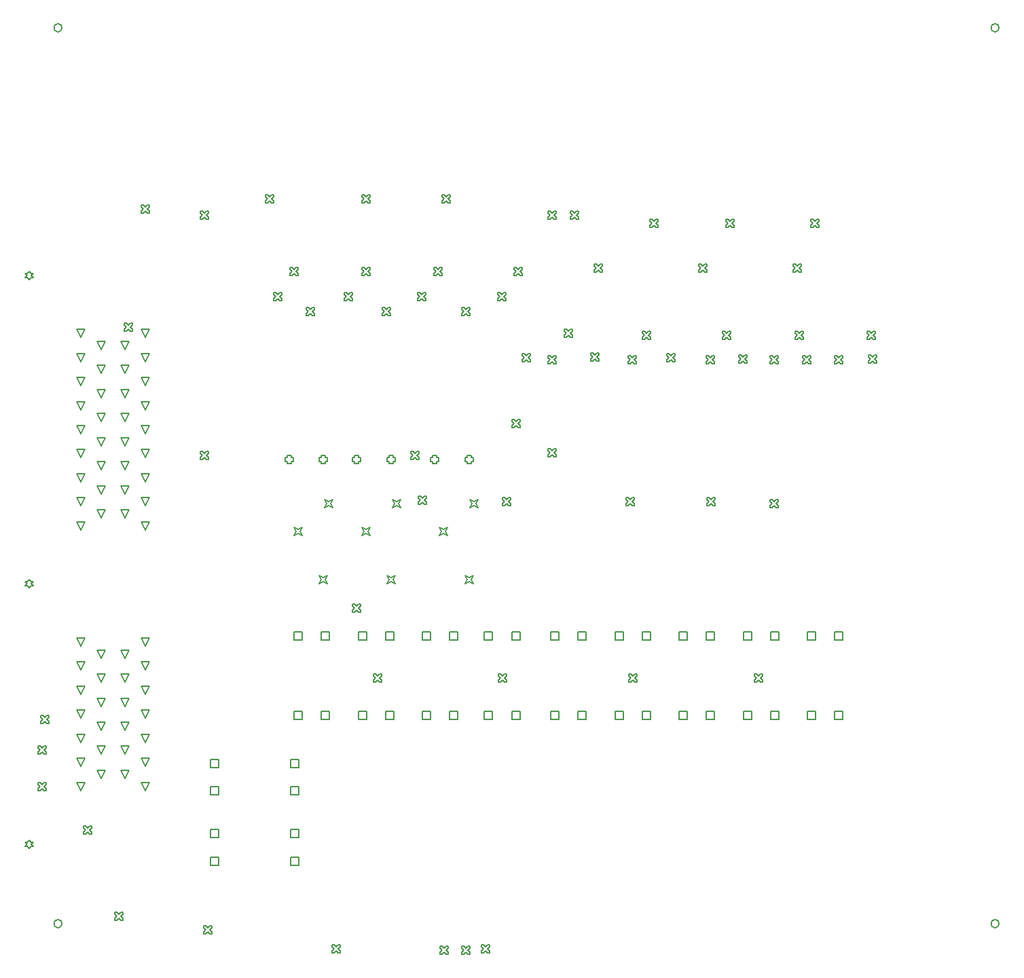
<source format=gbr>
%TF.GenerationSoftware,Altium Limited,Altium Designer,18.1.7 (191)*%
G04 Layer_Color=2752767*
%FSLAX26Y26*%
%MOIN*%
%TF.FileFunction,Drawing*%
%TF.Part,Single*%
G01*
G75*
%TA.AperFunction,NonConductor*%
%ADD65C,0.005000*%
%ADD66C,0.006667*%
D65*
X1440276Y588071D02*
Y628071D01*
X1480276D01*
Y588071D01*
X1440276D01*
X1049724D02*
Y628071D01*
X1089724D01*
Y588071D01*
X1049724D01*
X1440276Y721929D02*
Y761929D01*
X1480276D01*
Y721929D01*
X1440276D01*
X1049724D02*
Y761929D01*
X1089724D01*
Y721929D01*
X1049724D01*
X1440276Y931772D02*
Y971772D01*
X1480276D01*
Y931772D01*
X1440276D01*
X1049724D02*
Y971772D01*
X1089724D01*
Y931772D01*
X1049724D01*
X1440276Y1065630D02*
Y1105630D01*
X1480276D01*
Y1065630D01*
X1440276D01*
X1049724D02*
Y1105630D01*
X1089724D01*
Y1065630D01*
X1049724D01*
X728346Y2233937D02*
X708346Y2273937D01*
X748346D01*
X728346Y2233937D01*
Y2352047D02*
X708346Y2392047D01*
X748346D01*
X728346Y2352047D01*
Y2470157D02*
X708346Y2510157D01*
X748346D01*
X728346Y2470157D01*
Y2588268D02*
X708346Y2628268D01*
X748346D01*
X728346Y2588268D01*
Y2706378D02*
X708346Y2746378D01*
X748346D01*
X728346Y2706378D01*
Y2824488D02*
X708346Y2864488D01*
X748346D01*
X728346Y2824488D01*
Y2942598D02*
X708346Y2982598D01*
X748346D01*
X728346Y2942598D01*
Y3060709D02*
X708346Y3100709D01*
X748346D01*
X728346Y3060709D01*
Y3178819D02*
X708346Y3218819D01*
X748346D01*
X728346Y3178819D01*
X629921Y2292992D02*
X609921Y2332992D01*
X649921D01*
X629921Y2292992D01*
Y2411102D02*
X609921Y2451102D01*
X649921D01*
X629921Y2411102D01*
Y2529213D02*
X609921Y2569213D01*
X649921D01*
X629921Y2529213D01*
Y2647323D02*
X609921Y2687323D01*
X649921D01*
X629921Y2647323D01*
Y2765433D02*
X609921Y2805433D01*
X649921D01*
X629921Y2765433D01*
Y2883543D02*
X609921Y2923543D01*
X649921D01*
X629921Y2883543D01*
Y3001653D02*
X609921Y3041653D01*
X649921D01*
X629921Y3001653D01*
Y3119764D02*
X609921Y3159764D01*
X649921D01*
X629921Y3119764D01*
X511811Y2292992D02*
X491811Y2332992D01*
X531811D01*
X511811Y2292992D01*
Y2411102D02*
X491811Y2451102D01*
X531811D01*
X511811Y2411102D01*
Y2529213D02*
X491811Y2569213D01*
X531811D01*
X511811Y2529213D01*
Y2647323D02*
X491811Y2687323D01*
X531811D01*
X511811Y2647323D01*
Y2765433D02*
X491811Y2805433D01*
X531811D01*
X511811Y2765433D01*
Y2883543D02*
X491811Y2923543D01*
X531811D01*
X511811Y2883543D01*
Y3001653D02*
X491811Y3041653D01*
X531811D01*
X511811Y3001653D01*
Y3119764D02*
X491811Y3159764D01*
X531811D01*
X511811Y3119764D01*
X413386Y2233937D02*
X393386Y2273937D01*
X433386D01*
X413386Y2233937D01*
Y2352047D02*
X393386Y2392047D01*
X433386D01*
X413386Y2352047D01*
Y2470157D02*
X393386Y2510157D01*
X433386D01*
X413386Y2470157D01*
Y2588268D02*
X393386Y2628268D01*
X433386D01*
X413386Y2588268D01*
Y2706378D02*
X393386Y2746378D01*
X433386D01*
X413386Y2706378D01*
Y2824488D02*
X393386Y2864488D01*
X433386D01*
X413386Y2824488D01*
Y2942598D02*
X393386Y2982598D01*
X433386D01*
X413386Y2942598D01*
Y3060709D02*
X393386Y3100709D01*
X433386D01*
X413386Y3060709D01*
Y3178819D02*
X393386Y3218819D01*
X433386D01*
X413386Y3178819D01*
X157480Y668976D02*
X167480Y678976D01*
X177480D01*
X167480Y688976D01*
X177480Y698976D01*
X167480D01*
X157480Y708976D01*
X147480Y698976D01*
X137480D01*
X147480Y688976D01*
X137480Y678976D01*
X147480D01*
X157480Y668976D01*
X413386Y1663071D02*
X393386Y1703071D01*
X433386D01*
X413386Y1663071D01*
Y1544961D02*
X393386Y1584961D01*
X433386D01*
X413386Y1544961D01*
Y1426850D02*
X393386Y1466850D01*
X433386D01*
X413386Y1426850D01*
Y1308740D02*
X393386Y1348740D01*
X433386D01*
X413386Y1308740D01*
Y1190630D02*
X393386Y1230630D01*
X433386D01*
X413386Y1190630D01*
Y1072520D02*
X393386Y1112520D01*
X433386D01*
X413386Y1072520D01*
Y954409D02*
X393386Y994409D01*
X433386D01*
X413386Y954409D01*
X511811Y1604016D02*
X491811Y1644016D01*
X531811D01*
X511811Y1604016D01*
Y1485906D02*
X491811Y1525906D01*
X531811D01*
X511811Y1485906D01*
Y1367795D02*
X491811Y1407795D01*
X531811D01*
X511811Y1367795D01*
Y1249685D02*
X491811Y1289685D01*
X531811D01*
X511811Y1249685D01*
Y1131575D02*
X491811Y1171575D01*
X531811D01*
X511811Y1131575D01*
Y1013465D02*
X491811Y1053465D01*
X531811D01*
X511811Y1013465D01*
X629921Y1604016D02*
X609921Y1644016D01*
X649921D01*
X629921Y1604016D01*
Y1485906D02*
X609921Y1525906D01*
X649921D01*
X629921Y1485906D01*
Y1367795D02*
X609921Y1407795D01*
X649921D01*
X629921Y1367795D01*
Y1249685D02*
X609921Y1289685D01*
X649921D01*
X629921Y1249685D01*
Y1131575D02*
X609921Y1171575D01*
X649921D01*
X629921Y1131575D01*
Y1013465D02*
X609921Y1053465D01*
X649921D01*
X629921Y1013465D01*
X728346Y1663071D02*
X708346Y1703071D01*
X748346D01*
X728346Y1663071D01*
Y1544961D02*
X708346Y1584961D01*
X748346D01*
X728346Y1544961D01*
Y1426850D02*
X708346Y1466850D01*
X748346D01*
X728346Y1426850D01*
Y1308740D02*
X708346Y1348740D01*
X748346D01*
X728346Y1308740D01*
Y1190630D02*
X708346Y1230630D01*
X748346D01*
X728346Y1190630D01*
Y1072520D02*
X708346Y1112520D01*
X748346D01*
X728346Y1072520D01*
Y954409D02*
X708346Y994409D01*
X748346D01*
X728346Y954409D01*
X157480Y1948504D02*
X167480Y1958504D01*
X177480D01*
X167480Y1968504D01*
X177480Y1978504D01*
X167480D01*
X157480Y1988504D01*
X147480Y1978504D01*
X137480D01*
X147480Y1968504D01*
X137480Y1958504D01*
X147480D01*
X157480Y1948504D01*
Y3464252D02*
X167480Y3474252D01*
X177480D01*
X167480Y3484252D01*
X177480Y3494252D01*
X167480D01*
X157480Y3504252D01*
X147480Y3494252D01*
X137480D01*
X147480Y3484252D01*
X137480Y3474252D01*
X147480D01*
X157480Y3464252D01*
X2297207Y1969824D02*
X2307207Y1989824D01*
X2297207Y2009824D01*
X2317207Y1999824D01*
X2337207Y2009824D01*
X2327207Y1989824D01*
X2337207Y1969824D01*
X2317207Y1979824D01*
X2297207Y1969824D01*
X2322798Y2343840D02*
X2332798Y2363840D01*
X2322798Y2383840D01*
X2342798Y2373840D01*
X2362798Y2383840D01*
X2352798Y2363840D01*
X2362798Y2343840D01*
X2342798Y2353840D01*
X2322798Y2343840D01*
X2173192Y2206045D02*
X2183192Y2226045D01*
X2173192Y2246045D01*
X2193192Y2236045D01*
X2213192Y2246045D01*
X2203192Y2226045D01*
X2213192Y2206045D01*
X2193192Y2216045D01*
X2173192Y2206045D01*
X2137916Y2570376D02*
Y2560376D01*
X2157916D01*
Y2570376D01*
X2167916D01*
Y2590376D01*
X2157916D01*
Y2600376D01*
X2137916D01*
Y2590376D01*
X2127916D01*
Y2570376D01*
X2137916D01*
X2307207D02*
Y2560376D01*
X2327207D01*
Y2570376D01*
X2337207D01*
Y2590376D01*
X2327207D01*
Y2600376D01*
X2307207D01*
Y2590376D01*
X2297207D01*
Y2570376D01*
X2307207D01*
X1582873Y1969824D02*
X1592873Y1989824D01*
X1582873Y2009824D01*
X1602873Y1999824D01*
X1622873Y2009824D01*
X1612873Y1989824D01*
X1622873Y1969824D01*
X1602873Y1979824D01*
X1582873Y1969824D01*
X1608464Y2343840D02*
X1618464Y2363840D01*
X1608464Y2383840D01*
X1628464Y2373840D01*
X1648464Y2383840D01*
X1638464Y2363840D01*
X1648464Y2343840D01*
X1628464Y2353840D01*
X1608464Y2343840D01*
X1458857Y2206045D02*
X1468857Y2226045D01*
X1458857Y2246045D01*
X1478857Y2236045D01*
X1498857Y2246045D01*
X1488857Y2226045D01*
X1498857Y2206045D01*
X1478857Y2216045D01*
X1458857Y2206045D01*
X1423582Y2570376D02*
Y2560376D01*
X1443582D01*
Y2570376D01*
X1453582D01*
Y2590376D01*
X1443582D01*
Y2600376D01*
X1423582D01*
Y2590376D01*
X1413582D01*
Y2570376D01*
X1423582D01*
X1592873D02*
Y2560376D01*
X1612873D01*
Y2570376D01*
X1622873D01*
Y2590376D01*
X1612873D01*
Y2600376D01*
X1592873D01*
Y2590376D01*
X1582873D01*
Y2570376D01*
X1592873D01*
X1915039Y1969824D02*
X1925039Y1989824D01*
X1915039Y2009824D01*
X1935039Y1999824D01*
X1955039Y2009824D01*
X1945039Y1989824D01*
X1955039Y1969824D01*
X1935039Y1979824D01*
X1915039Y1969824D01*
X1940630Y2343840D02*
X1950630Y2363840D01*
X1940630Y2383840D01*
X1960630Y2373840D01*
X1980630Y2383840D01*
X1970630Y2363840D01*
X1980630Y2343840D01*
X1960630Y2353840D01*
X1940630Y2343840D01*
X1791024Y2206045D02*
X1801024Y2226045D01*
X1791024Y2246045D01*
X1811024Y2236045D01*
X1831024Y2246045D01*
X1821024Y2226045D01*
X1831024Y2206045D01*
X1811024Y2216045D01*
X1791024Y2206045D01*
X1755748Y2570376D02*
Y2560376D01*
X1775748D01*
Y2570376D01*
X1785748D01*
Y2590376D01*
X1775748D01*
Y2600376D01*
X1755748D01*
Y2590376D01*
X1745748D01*
Y2570376D01*
X1755748D01*
X1925039D02*
Y2560376D01*
X1945039D01*
Y2570376D01*
X1955039D01*
Y2590376D01*
X1945039D01*
Y2600376D01*
X1925039D01*
Y2590376D01*
X1915039D01*
Y2570376D01*
X1925039D01*
X2222637Y1692659D02*
Y1732659D01*
X2262637D01*
Y1692659D01*
X2222637D01*
Y1302108D02*
Y1342108D01*
X2262637D01*
Y1302108D01*
X2222637D01*
X2088778Y1692659D02*
Y1732659D01*
X2128778D01*
Y1692659D01*
X2088778D01*
Y1302108D02*
Y1342108D01*
X2128778D01*
Y1302108D01*
X2088778D01*
X1592716Y1692659D02*
Y1732659D01*
X1632716D01*
Y1692659D01*
X1592716D01*
Y1302108D02*
Y1342108D01*
X1632716D01*
Y1302108D01*
X1592716D01*
X1458857Y1692659D02*
Y1732659D01*
X1498857D01*
Y1692659D01*
X1458857D01*
Y1302108D02*
Y1342108D01*
X1498857D01*
Y1302108D01*
X1458857D01*
X1907676Y1692659D02*
Y1732659D01*
X1947676D01*
Y1692659D01*
X1907676D01*
Y1302108D02*
Y1342108D01*
X1947676D01*
Y1302108D01*
X1907676D01*
X1773818Y1692659D02*
Y1732659D01*
X1813818D01*
Y1692659D01*
X1773818D01*
Y1302108D02*
Y1342108D01*
X1813818D01*
Y1302108D01*
X1773818D01*
X2852558Y1692659D02*
Y1732659D01*
X2892558D01*
Y1692659D01*
X2852558D01*
Y1302108D02*
Y1342108D01*
X2892558D01*
Y1302108D01*
X2852558D01*
X2718700Y1692659D02*
Y1732659D01*
X2758700D01*
Y1692659D01*
X2718700D01*
Y1302108D02*
Y1342108D01*
X2758700D01*
Y1302108D01*
X2718700D01*
X3167519Y1692659D02*
Y1732659D01*
X3207519D01*
Y1692659D01*
X3167519D01*
Y1302108D02*
Y1342108D01*
X3207519D01*
Y1302108D01*
X3167519D01*
X3033660Y1692659D02*
Y1732659D01*
X3073660D01*
Y1692659D01*
X3033660D01*
Y1302108D02*
Y1342108D01*
X3073660D01*
Y1302108D01*
X3033660D01*
X3482479Y1692659D02*
Y1732659D01*
X3522479D01*
Y1692659D01*
X3482479D01*
Y1302108D02*
Y1342108D01*
X3522479D01*
Y1302108D01*
X3482479D01*
X3348621Y1692659D02*
Y1732659D01*
X3388621D01*
Y1692659D01*
X3348621D01*
Y1302108D02*
Y1342108D01*
X3388621D01*
Y1302108D01*
X3348621D01*
X3797440Y1692659D02*
Y1732659D01*
X3837440D01*
Y1692659D01*
X3797440D01*
Y1302108D02*
Y1342108D01*
X3837440D01*
Y1302108D01*
X3797440D01*
X3663582Y1692659D02*
Y1732659D01*
X3703582D01*
Y1692659D01*
X3663582D01*
Y1302108D02*
Y1342108D01*
X3703582D01*
Y1302108D01*
X3663582D01*
X4112401Y1692659D02*
Y1732659D01*
X4152401D01*
Y1692659D01*
X4112401D01*
Y1302108D02*
Y1342108D01*
X4152401D01*
Y1302108D01*
X4112401D01*
X3978542Y1692659D02*
Y1732659D01*
X4018542D01*
Y1692659D01*
X3978542D01*
Y1302108D02*
Y1342108D01*
X4018542D01*
Y1302108D01*
X3978542D01*
X2527244Y1692677D02*
Y1732677D01*
X2567244D01*
Y1692677D01*
X2527244D01*
Y1302126D02*
Y1342126D01*
X2567244D01*
Y1302126D01*
X2527244D01*
X2393386Y1692677D02*
Y1732677D01*
X2433386D01*
Y1692677D01*
X2393386D01*
Y1302126D02*
Y1342126D01*
X2433386D01*
Y1302126D01*
X2393386D01*
X2283150Y150000D02*
X2293150D01*
X2303150Y160000D01*
X2313150Y150000D01*
X2323150D01*
Y160000D01*
X2313150Y170000D01*
X2323150Y180000D01*
Y190000D01*
X2313150D01*
X2303150Y180000D01*
X2293150Y190000D01*
X2283150D01*
Y180000D01*
X2293150Y170000D01*
X2283150Y160000D01*
Y150000D01*
X2175000D02*
X2185000D01*
X2195000Y160000D01*
X2205000Y150000D01*
X2215000D01*
Y160000D01*
X2205000Y170000D01*
X2215000Y180000D01*
Y190000D01*
X2205000D01*
X2195000Y180000D01*
X2185000Y190000D01*
X2175000D01*
Y180000D01*
X2185000Y170000D01*
X2175000Y160000D01*
Y150000D01*
X203357Y951674D02*
X213357D01*
X223357Y961674D01*
X233357Y951674D01*
X243357D01*
Y961674D01*
X233357Y971674D01*
X243357Y981674D01*
Y991674D01*
X233357D01*
X223357Y981674D01*
X213357Y991674D01*
X203357D01*
Y981674D01*
X213357Y971674D01*
X203357Y961674D01*
Y951674D01*
Y1131575D02*
X213357D01*
X223357Y1141575D01*
X233357Y1131575D01*
X243357D01*
Y1141575D01*
X233357Y1151575D01*
X243357Y1161575D01*
Y1171575D01*
X233357D01*
X223357Y1161575D01*
X213357Y1171575D01*
X203357D01*
Y1161575D01*
X213357Y1151575D01*
X203357Y1141575D01*
Y1131575D01*
X216220Y1281857D02*
X226220D01*
X236220Y1291857D01*
X246220Y1281857D01*
X256221D01*
Y1291857D01*
X246220Y1301857D01*
X256221Y1311857D01*
Y1321857D01*
X246220D01*
X236220Y1311857D01*
X226220Y1321857D01*
X216220D01*
Y1311857D01*
X226220Y1301857D01*
X216220Y1291857D01*
Y1281857D01*
X3995748Y3720157D02*
X4005748D01*
X4015748Y3730157D01*
X4025748Y3720157D01*
X4035748D01*
Y3730157D01*
X4025748Y3740157D01*
X4035748Y3750157D01*
Y3760157D01*
X4025748D01*
X4015748Y3750157D01*
X4005748Y3760157D01*
X3995748D01*
Y3750157D01*
X4005748Y3740157D01*
X3995748Y3730157D01*
Y3720157D01*
X3578673D02*
X3588673D01*
X3598673Y3730157D01*
X3608673Y3720157D01*
X3618673D01*
Y3730157D01*
X3608673Y3740157D01*
X3618673Y3750157D01*
Y3760157D01*
X3608673D01*
X3598673Y3750157D01*
X3588673Y3760157D01*
X3578673D01*
Y3750157D01*
X3588673Y3740157D01*
X3578673Y3730157D01*
Y3720157D01*
X3205551D02*
X3215551D01*
X3225551Y3730157D01*
X3235551Y3720157D01*
X3245551D01*
Y3730157D01*
X3235551Y3740157D01*
X3245551Y3750157D01*
Y3760157D01*
X3235551D01*
X3225551Y3750157D01*
X3215551Y3760157D01*
X3205551D01*
Y3750157D01*
X3215551Y3740157D01*
X3205551Y3730157D01*
Y3720157D01*
X2814646Y3759528D02*
X2824646D01*
X2834646Y3769528D01*
X2844646Y3759528D01*
X2854646D01*
Y3769528D01*
X2844646Y3779528D01*
X2854646Y3789528D01*
Y3799528D01*
X2844646D01*
X2834646Y3789528D01*
X2824646Y3799528D01*
X2814646D01*
Y3789528D01*
X2824646Y3779528D01*
X2814646Y3769528D01*
Y3759528D01*
X2704683D02*
X2714683D01*
X2724683Y3769528D01*
X2734683Y3759528D01*
X2744683D01*
Y3769528D01*
X2734683Y3779528D01*
X2744683Y3789528D01*
Y3799528D01*
X2734683D01*
X2724683Y3789528D01*
X2714683Y3799528D01*
X2704683D01*
Y3789528D01*
X2714683Y3779528D01*
X2704683Y3769528D01*
Y3759528D01*
X2184724Y3838268D02*
X2194724D01*
X2204724Y3848268D01*
X2214724Y3838268D01*
X2224724D01*
Y3848268D01*
X2214724Y3858268D01*
X2224724Y3868268D01*
Y3878268D01*
X2214724D01*
X2204724Y3868268D01*
X2194724Y3878268D01*
X2184724D01*
Y3868268D01*
X2194724Y3858268D01*
X2184724Y3848268D01*
Y3838268D01*
X1791024D02*
X1801024D01*
X1811024Y3848268D01*
X1821024Y3838268D01*
X1831024D01*
Y3848268D01*
X1821024Y3858268D01*
X1831024Y3868268D01*
Y3878268D01*
X1821024D01*
X1811024Y3868268D01*
X1801024Y3878268D01*
X1791024D01*
Y3868268D01*
X1801024Y3858268D01*
X1791024Y3848268D01*
Y3838268D01*
X1318583D02*
X1328583D01*
X1338583Y3848268D01*
X1348583Y3838268D01*
X1358583D01*
Y3848268D01*
X1348583Y3858268D01*
X1358583Y3868268D01*
Y3878268D01*
X1348583D01*
X1338583Y3868268D01*
X1328583Y3878268D01*
X1318583D01*
Y3868268D01*
X1328583Y3858268D01*
X1318583Y3848268D01*
Y3838268D01*
X1000023Y3759528D02*
X1010023D01*
X1020023Y3769528D01*
X1030023Y3759528D01*
X1040023D01*
Y3769528D01*
X1030023Y3779528D01*
X1040023Y3789528D01*
Y3799528D01*
X1030023D01*
X1020023Y3789528D01*
X1010023Y3799528D01*
X1000023D01*
Y3789528D01*
X1010023Y3779528D01*
X1000023Y3769528D01*
Y3759528D01*
Y2578425D02*
X1010023D01*
X1020023Y2588425D01*
X1030023Y2578425D01*
X1040023D01*
Y2588425D01*
X1030023Y2598425D01*
X1040023Y2608425D01*
Y2618425D01*
X1030023D01*
X1020023Y2608425D01*
X1010023Y2618425D01*
X1000023D01*
Y2608425D01*
X1010023Y2598425D01*
X1000023Y2588425D01*
Y2578425D01*
X2032351D02*
X2042351D01*
X2052352Y2588425D01*
X2062352Y2578425D01*
X2072352D01*
Y2588425D01*
X2062352Y2598425D01*
X2072352Y2608425D01*
Y2618425D01*
X2062352D01*
X2052352Y2608425D01*
X2042351Y2618425D01*
X2032351D01*
Y2608425D01*
X2042351Y2598425D01*
X2032351Y2588425D01*
Y2578425D01*
X2068861Y2361184D02*
X2078861D01*
X2088861Y2371184D01*
X2098861Y2361184D01*
X2108861D01*
Y2371184D01*
X2098861Y2381184D01*
X2108861Y2391184D01*
Y2401184D01*
X2098861D01*
X2088861Y2391184D01*
X2078861Y2401184D01*
X2068861D01*
Y2391184D01*
X2078861Y2381184D01*
X2068861Y2371184D01*
Y2361184D01*
X1016229Y250000D02*
X1026229D01*
X1036229Y260000D01*
X1046229Y250000D01*
X1056229D01*
Y260000D01*
X1046229Y270000D01*
X1056229Y280000D01*
Y290000D01*
X1046229D01*
X1036229Y280000D01*
X1026229Y290000D01*
X1016229D01*
Y280000D01*
X1026229Y270000D01*
X1016229Y260000D01*
Y250000D01*
X3720157Y1485906D02*
X3730157D01*
X3740157Y1495906D01*
X3750157Y1485906D01*
X3760157D01*
Y1495906D01*
X3750157Y1505906D01*
X3760157Y1515906D01*
Y1525906D01*
X3750157D01*
X3740157Y1515906D01*
X3730157Y1525906D01*
X3720157D01*
Y1515906D01*
X3730157Y1505906D01*
X3720157Y1495906D01*
Y1485906D01*
X3101452D02*
X3111452D01*
X3121452Y1495906D01*
X3131452Y1485906D01*
X3141452D01*
Y1495906D01*
X3131452Y1505906D01*
X3141452Y1515906D01*
Y1525906D01*
X3131452D01*
X3121452Y1515906D01*
X3111452Y1525906D01*
X3101452D01*
Y1515906D01*
X3111452Y1505906D01*
X3101452Y1495906D01*
Y1485906D01*
X2462942D02*
X2472942D01*
X2482942Y1495906D01*
X2492942Y1485906D01*
X2502942D01*
Y1495906D01*
X2492942Y1505906D01*
X2502942Y1515906D01*
Y1525906D01*
X2492942D01*
X2482942Y1515906D01*
X2472942Y1525906D01*
X2462942D01*
Y1515906D01*
X2472942Y1505906D01*
X2462942Y1495906D01*
Y1485906D01*
X1849345D02*
X1859345D01*
X1869345Y1495906D01*
X1879345Y1485906D01*
X1889345D01*
Y1495906D01*
X1879345Y1505906D01*
X1889345Y1515906D01*
Y1525906D01*
X1879345D01*
X1869345Y1515906D01*
X1859345Y1525906D01*
X1849345D01*
Y1515906D01*
X1859345Y1505906D01*
X1849345Y1495906D01*
Y1485906D01*
X708346Y3789807D02*
X718346D01*
X728346Y3799807D01*
X738346Y3789807D01*
X748346D01*
Y3799807D01*
X738346Y3809807D01*
X748346Y3819807D01*
Y3829807D01*
X738346D01*
X728346Y3819807D01*
X718346Y3829807D01*
X708346D01*
Y3819807D01*
X718346Y3809807D01*
X708346Y3799807D01*
Y3789807D01*
X3908915Y3499571D02*
X3918915D01*
X3928915Y3509571D01*
X3938915Y3499571D01*
X3948915D01*
Y3509571D01*
X3938915Y3519571D01*
X3948915Y3529571D01*
Y3539571D01*
X3938915D01*
X3928915Y3529571D01*
X3918915Y3539571D01*
X3908915D01*
Y3529571D01*
X3918915Y3519571D01*
X3908915Y3509571D01*
Y3499571D01*
X3444567D02*
X3454567D01*
X3464567Y3509571D01*
X3474567Y3499571D01*
X3484567D01*
Y3509571D01*
X3474567Y3519571D01*
X3484567Y3529571D01*
Y3539571D01*
X3474567D01*
X3464567Y3529571D01*
X3454567Y3539571D01*
X3444567D01*
Y3529571D01*
X3454567Y3519571D01*
X3444567Y3509571D01*
Y3499571D01*
X2932756D02*
X2942756D01*
X2952756Y3509571D01*
X2962756Y3499571D01*
X2972756D01*
Y3509571D01*
X2962756Y3519571D01*
X2972756Y3529571D01*
Y3539571D01*
X2962756D01*
X2952756Y3529571D01*
X2942756Y3539571D01*
X2932756D01*
Y3529571D01*
X2942756Y3519571D01*
X2932756Y3509571D01*
Y3499571D01*
X4279431Y3053782D02*
X4289431D01*
X4299431Y3063782D01*
X4309431Y3053782D01*
X4319431D01*
Y3063782D01*
X4309431Y3073782D01*
X4319431Y3083782D01*
Y3093782D01*
X4309431D01*
X4299431Y3083782D01*
X4289431Y3093782D01*
X4279431D01*
Y3083782D01*
X4289431Y3073782D01*
X4279431Y3063782D01*
Y3053782D01*
X3956378Y3050866D02*
X3966378D01*
X3976378Y3060866D01*
X3986378Y3050866D01*
X3996378D01*
Y3060866D01*
X3986378Y3070866D01*
X3996378Y3080866D01*
Y3090866D01*
X3986378D01*
X3976378Y3080866D01*
X3966378Y3090866D01*
X3956378D01*
Y3080866D01*
X3966378Y3070866D01*
X3956378Y3060866D01*
Y3050866D01*
X3641417Y3053782D02*
X3651417D01*
X3661417Y3063782D01*
X3671417Y3053782D01*
X3681417D01*
Y3063782D01*
X3671417Y3073782D01*
X3681417Y3083782D01*
Y3093782D01*
X3671417D01*
X3661417Y3083782D01*
X3651417Y3093782D01*
X3641417D01*
Y3083782D01*
X3651417Y3073782D01*
X3641417Y3063782D01*
Y3053782D01*
X3287087Y3058959D02*
X3297087D01*
X3307087Y3068959D01*
X3317087Y3058959D01*
X3327087D01*
Y3068959D01*
X3317087Y3078959D01*
X3327087Y3088959D01*
Y3098959D01*
X3317087D01*
X3307087Y3088959D01*
X3297087Y3098959D01*
X3287087D01*
Y3088959D01*
X3297087Y3078959D01*
X3287087Y3068959D01*
Y3058959D01*
X2915495Y3061693D02*
X2925495D01*
X2935495Y3071693D01*
X2945495Y3061693D01*
X2955495D01*
Y3071693D01*
X2945495Y3081693D01*
X2955495Y3091693D01*
Y3101693D01*
X2945495D01*
X2935495Y3091693D01*
X2925495Y3101693D01*
X2915495D01*
Y3091693D01*
X2925495Y3081693D01*
X2915495Y3071693D01*
Y3061693D01*
X2578425Y3058959D02*
X2588425D01*
X2598425Y3068959D01*
X2608425Y3058959D01*
X2618425D01*
Y3068959D01*
X2608425Y3078959D01*
X2618425Y3088959D01*
Y3098959D01*
X2608425D01*
X2598425Y3088959D01*
X2588425Y3098959D01*
X2578425D01*
Y3088959D01*
X2588425Y3078959D01*
X2578425Y3068959D01*
Y3058959D01*
X2283150Y3287087D02*
X2293150D01*
X2303150Y3297087D01*
X2313150Y3287087D01*
X2323150D01*
Y3297087D01*
X2313150Y3307087D01*
X2323150Y3317087D01*
Y3327087D01*
X2313150D01*
X2303150Y3317087D01*
X2293150Y3327087D01*
X2283150D01*
Y3317087D01*
X2293150Y3307087D01*
X2283150Y3297087D01*
Y3287087D01*
X1891845D02*
X1901845D01*
X1911845Y3297087D01*
X1921845Y3287087D01*
X1931845D01*
Y3297087D01*
X1921845Y3307087D01*
X1931845Y3317087D01*
Y3327087D01*
X1921845D01*
X1911845Y3317087D01*
X1901845Y3327087D01*
X1891845D01*
Y3317087D01*
X1901845Y3307087D01*
X1891845Y3297087D01*
Y3287087D01*
X1517855D02*
X1527855D01*
X1537855Y3297087D01*
X1547855Y3287087D01*
X1557855D01*
Y3297087D01*
X1547855Y3307087D01*
X1557855Y3317087D01*
Y3327087D01*
X1547855D01*
X1537855Y3317087D01*
X1527855Y3327087D01*
X1517855D01*
Y3317087D01*
X1527855Y3307087D01*
X1517855Y3297087D01*
Y3287087D01*
X2380000Y155000D02*
X2390000D01*
X2400000Y165000D01*
X2410000Y155000D01*
X2420000D01*
Y165000D01*
X2410000Y175000D01*
X2420000Y185000D01*
Y195000D01*
X2410000D01*
X2400000Y185000D01*
X2390000Y195000D01*
X2380000D01*
Y185000D01*
X2390000Y175000D01*
X2380000Y165000D01*
Y155000D01*
X1645000D02*
X1655000D01*
X1665000Y165000D01*
X1675000Y155000D01*
X1685000D01*
Y165000D01*
X1675000Y175000D01*
X1685000Y185000D01*
Y195000D01*
X1675000D01*
X1665000Y185000D01*
X1655000Y195000D01*
X1645000D01*
Y185000D01*
X1655000Y175000D01*
X1645000Y165000D01*
Y155000D01*
X580000Y315000D02*
X590000D01*
X600000Y325000D01*
X610000Y315000D01*
X620000D01*
Y325000D01*
X610000Y335000D01*
X620000Y345000D01*
Y355000D01*
X610000D01*
X600000Y345000D01*
X590000Y355000D01*
X580000D01*
Y345000D01*
X590000Y335000D01*
X580000Y325000D01*
Y315000D01*
X425000Y740000D02*
X435000D01*
X445000Y750000D01*
X455000Y740000D01*
X465000D01*
Y750000D01*
X455000Y760000D01*
X465000Y770000D01*
Y780000D01*
X455000D01*
X445000Y770000D01*
X435000Y780000D01*
X425000D01*
Y770000D01*
X435000Y760000D01*
X425000Y750000D01*
Y740000D01*
X2480593Y2352047D02*
X2490593D01*
X2500593Y2362047D01*
X2510593Y2352047D01*
X2520593D01*
Y2362047D01*
X2510593Y2372047D01*
X2520593Y2382047D01*
Y2392047D01*
X2510593D01*
X2500593Y2382047D01*
X2490593Y2392047D01*
X2480593D01*
Y2382047D01*
X2490593Y2372047D01*
X2480593Y2362047D01*
Y2352047D01*
X3090236D02*
X3100236D01*
X3110236Y2362047D01*
X3120236Y2352047D01*
X3130236D01*
Y2362047D01*
X3120236Y2372047D01*
X3130236Y2382047D01*
Y2392047D01*
X3120236D01*
X3110236Y2382047D01*
X3100236Y2392047D01*
X3090236D01*
Y2382047D01*
X3100236Y2372047D01*
X3090236Y2362047D01*
Y2352047D01*
X2704683Y2593371D02*
X2714683D01*
X2724683Y2603371D01*
X2734683Y2593371D01*
X2744683D01*
Y2603371D01*
X2734683Y2613371D01*
X2744683Y2623371D01*
Y2633371D01*
X2734683D01*
X2724683Y2623371D01*
X2714683Y2633371D01*
X2704683D01*
Y2623371D01*
X2714683Y2613371D01*
X2704683Y2603371D01*
Y2593371D01*
X3795982Y2343840D02*
X3805982D01*
X3815982Y2353840D01*
X3825982Y2343840D01*
X3835982D01*
Y2353840D01*
X3825982Y2363840D01*
X3835982Y2373840D01*
Y2383840D01*
X3825982D01*
X3815982Y2373840D01*
X3805982Y2383840D01*
X3795982D01*
Y2373840D01*
X3805982Y2363840D01*
X3795982Y2353840D01*
Y2343840D01*
X3483937Y2352047D02*
X3493937D01*
X3503937Y2362047D01*
X3513937Y2352047D01*
X3523937D01*
Y2362047D01*
X3513937Y2372047D01*
X3523937Y2382047D01*
Y2392047D01*
X3513937D01*
X3503937Y2382047D01*
X3493937Y2392047D01*
X3483937D01*
Y2382047D01*
X3493937Y2372047D01*
X3483937Y2362047D01*
Y2352047D01*
X4271339Y3168976D02*
X4281339D01*
X4291339Y3178976D01*
X4301339Y3168976D01*
X4311339D01*
Y3178976D01*
X4301339Y3188976D01*
X4311339Y3198976D01*
Y3208976D01*
X4301339D01*
X4291339Y3198976D01*
X4281339Y3208976D01*
X4271339D01*
Y3198976D01*
X4281339Y3188976D01*
X4271339Y3178976D01*
Y3168976D01*
X3917008D02*
X3927008D01*
X3937008Y3178976D01*
X3947008Y3168976D01*
X3957008D01*
Y3178976D01*
X3947008Y3188976D01*
X3957008Y3198976D01*
Y3208976D01*
X3947008D01*
X3937008Y3198976D01*
X3927008Y3208976D01*
X3917008D01*
Y3198976D01*
X3927008Y3188976D01*
X3917008Y3178976D01*
Y3168976D01*
X3562677D02*
X3572677D01*
X3582677Y3178976D01*
X3592677Y3168976D01*
X3602677D01*
Y3178976D01*
X3592677Y3188976D01*
X3602677Y3198976D01*
Y3208976D01*
X3592677D01*
X3582677Y3198976D01*
X3572677Y3208976D01*
X3562677D01*
Y3198976D01*
X3572677Y3188976D01*
X3562677Y3178976D01*
Y3168976D01*
X3168976D02*
X3178976D01*
X3188976Y3178976D01*
X3198976Y3168976D01*
X3208976D01*
Y3178976D01*
X3198976Y3188976D01*
X3208976Y3198976D01*
Y3208976D01*
X3198976D01*
X3188976Y3198976D01*
X3178976Y3208976D01*
X3168976D01*
Y3198976D01*
X3178976Y3188976D01*
X3168976Y3178976D01*
Y3168976D01*
X2784171Y3178819D02*
X2794171D01*
X2804171Y3188819D01*
X2814171Y3178819D01*
X2824171D01*
Y3188819D01*
X2814171Y3198819D01*
X2824171Y3208819D01*
Y3218819D01*
X2814171D01*
X2804171Y3208819D01*
X2794171Y3218819D01*
X2784171D01*
Y3208819D01*
X2794171Y3198819D01*
X2784171Y3188819D01*
Y3178819D01*
X2539055Y3483937D02*
X2549055D01*
X2559055Y3493937D01*
X2569055Y3483937D01*
X2579055D01*
Y3493937D01*
X2569055Y3503937D01*
X2579055Y3513937D01*
Y3523937D01*
X2569055D01*
X2559055Y3513937D01*
X2549055Y3523937D01*
X2539055D01*
Y3513937D01*
X2549055Y3503937D01*
X2539055Y3493937D01*
Y3483937D01*
X2145354D02*
X2155354D01*
X2165354Y3493937D01*
X2175354Y3483937D01*
X2185354D01*
Y3493937D01*
X2175354Y3503937D01*
X2185354Y3513937D01*
Y3523937D01*
X2175354D01*
X2165354Y3513937D01*
X2155354Y3523937D01*
X2145354D01*
Y3513937D01*
X2155354Y3503937D01*
X2145354Y3493937D01*
Y3483937D01*
X1791024D02*
X1801024D01*
X1811024Y3493937D01*
X1821024Y3483937D01*
X1831024D01*
Y3493937D01*
X1821024Y3503937D01*
X1831024Y3513937D01*
Y3523937D01*
X1821024D01*
X1811024Y3513937D01*
X1801024Y3523937D01*
X1791024D01*
Y3513937D01*
X1801024Y3503937D01*
X1791024Y3493937D01*
Y3483937D01*
X1438504D02*
X1448504D01*
X1458504Y3493937D01*
X1468504Y3483937D01*
X1478504D01*
Y3493937D01*
X1468504Y3503937D01*
X1478504Y3513937D01*
Y3523937D01*
X1468504D01*
X1458504Y3513937D01*
X1448504Y3523937D01*
X1438504D01*
Y3513937D01*
X1448504Y3503937D01*
X1438504Y3493937D01*
Y3483937D01*
X2704683Y3050866D02*
X2714683D01*
X2724683Y3060866D01*
X2734683Y3050866D01*
X2744683D01*
Y3060866D01*
X2734683Y3070866D01*
X2744683Y3080866D01*
Y3090866D01*
X2734683D01*
X2724683Y3080866D01*
X2714683Y3090866D01*
X2704683D01*
Y3080866D01*
X2714683Y3070866D01*
X2704683Y3060866D01*
Y3050866D01*
X3099132D02*
X3109132D01*
X3119132Y3060866D01*
X3129132Y3050866D01*
X3139132D01*
Y3060866D01*
X3129132Y3070866D01*
X3139132Y3080866D01*
Y3090866D01*
X3129132D01*
X3119132Y3080866D01*
X3109132Y3090866D01*
X3099132D01*
Y3080866D01*
X3109132Y3070866D01*
X3099132Y3060866D01*
Y3050866D01*
X3481022D02*
X3491022D01*
X3501022Y3060866D01*
X3511022Y3050866D01*
X3521022D01*
Y3060866D01*
X3511022Y3070866D01*
X3521022Y3080866D01*
Y3090866D01*
X3511022D01*
X3501022Y3080866D01*
X3491022Y3090866D01*
X3481022D01*
Y3080866D01*
X3491022Y3070866D01*
X3481022Y3060866D01*
Y3050866D01*
X3795982D02*
X3805982D01*
X3815982Y3060866D01*
X3825982Y3050866D01*
X3835982D01*
Y3060866D01*
X3825982Y3070866D01*
X3835982Y3080866D01*
Y3090866D01*
X3825982D01*
X3815982Y3080866D01*
X3805982Y3090866D01*
X3795982D01*
Y3080866D01*
X3805982Y3070866D01*
X3795982Y3060866D01*
Y3050866D01*
X4110943D02*
X4120943D01*
X4130943Y3060866D01*
X4140943Y3050866D01*
X4150943D01*
Y3060866D01*
X4140943Y3070866D01*
X4150943Y3080866D01*
Y3090866D01*
X4140943D01*
X4130943Y3080866D01*
X4120943Y3090866D01*
X4110943D01*
Y3080866D01*
X4120943Y3070866D01*
X4110943Y3060866D01*
Y3050866D01*
X2459391Y3360905D02*
X2469391D01*
X2479391Y3370905D01*
X2489391Y3360905D01*
X2499391D01*
Y3370905D01*
X2489391Y3380905D01*
X2499391Y3390905D01*
Y3400905D01*
X2489391D01*
X2479391Y3390905D01*
X2469391Y3400905D01*
X2459391D01*
Y3390905D01*
X2469391Y3380905D01*
X2459391Y3370905D01*
Y3360905D01*
X2066614D02*
X2076614D01*
X2086614Y3370905D01*
X2096614Y3360905D01*
X2106614D01*
Y3370905D01*
X2096614Y3380905D01*
X2106614Y3390905D01*
Y3400905D01*
X2096614D01*
X2086614Y3390905D01*
X2076614Y3400905D01*
X2066614D01*
Y3390905D01*
X2076614Y3380905D01*
X2066614Y3370905D01*
Y3360905D01*
X1705454D02*
X1715454D01*
X1725454Y3370905D01*
X1735454Y3360905D01*
X1745454D01*
Y3370905D01*
X1735454Y3380905D01*
X1745454Y3390905D01*
Y3400905D01*
X1735454D01*
X1725454Y3390905D01*
X1715454Y3400905D01*
X1705454D01*
Y3390905D01*
X1715454Y3380905D01*
X1705454Y3370905D01*
Y3360905D01*
X1357029D02*
X1367029D01*
X1377029Y3370905D01*
X1387029Y3360905D01*
X1397029D01*
Y3370905D01*
X1387029Y3380905D01*
X1397029Y3390905D01*
Y3400905D01*
X1387029D01*
X1377029Y3390905D01*
X1367029Y3400905D01*
X1357029D01*
Y3390905D01*
X1367029Y3380905D01*
X1357029Y3370905D01*
Y3360905D01*
X2527244Y2735905D02*
X2537244D01*
X2547244Y2745905D01*
X2557244Y2735905D01*
X2567244D01*
Y2745905D01*
X2557244Y2755905D01*
X2567244Y2765905D01*
Y2775905D01*
X2557244D01*
X2547244Y2765905D01*
X2537244Y2775905D01*
X2527244D01*
Y2765905D01*
X2537244Y2755905D01*
X2527244Y2745905D01*
Y2735905D01*
X623837Y3208346D02*
X633837D01*
X643837Y3218346D01*
X653837Y3208346D01*
X663837D01*
Y3218346D01*
X653837Y3228346D01*
X663837Y3238346D01*
Y3248346D01*
X653837D01*
X643837Y3238346D01*
X633837Y3248346D01*
X623837D01*
Y3238346D01*
X633837Y3228346D01*
X623837Y3218346D01*
Y3208346D01*
X1745748Y1830394D02*
X1755748D01*
X1765748Y1840394D01*
X1775748Y1830394D01*
X1785748D01*
Y1840394D01*
X1775748Y1850394D01*
X1785748Y1860394D01*
Y1870394D01*
X1775748D01*
X1765748Y1860394D01*
X1755748Y1870394D01*
X1745748D01*
Y1860394D01*
X1755748Y1850394D01*
X1745748Y1840394D01*
Y1830394D01*
D66*
X4920000Y300000D02*
G03*
X4920000Y300000I-20000J0D01*
G01*
X320000D02*
G03*
X320000Y300000I-20000J0D01*
G01*
Y4700000D02*
G03*
X320000Y4700000I-20000J0D01*
G01*
X4920000D02*
G03*
X4920000Y4700000I-20000J0D01*
G01*
%TF.MD5,bc8b9db1af16e2f26a7f91b285d75df0*%
M02*

</source>
